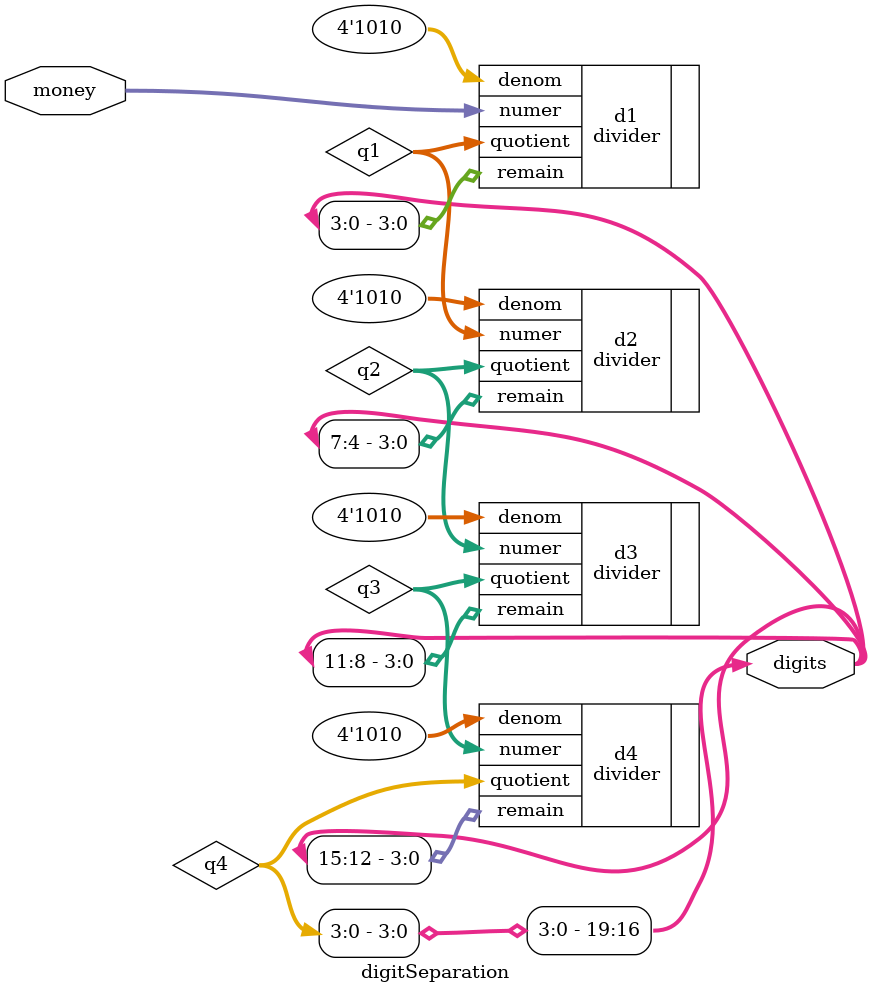
<source format=v>
module drawMoney(
	input clock,resetn,go,
	input[14:0] money_n,money_p,pot,bet_n,bet_p,
	output reg ld_xy,ld_pos,ld_colour,
	output reg draw_pixel,done,
	output reg[8:0] dx,dy,
	output[8:0] x,y,
	output[8:0] colour
	);
	
	// Size of each digit
	localparam 	X_DIGIT	= 4'd6,
					Y_DIGIT 	= 4'd9;
	
	// Current item states
	localparam	N_MONEY	= 3'd0,
					P_MONEY	= 3'd1,
					POT		= 3'd2,
					N_BET		= 3'd3,
					P_BET		= 3'd4;
	
	// Keeps track of states
	reg[3:0] current_state,next_state;
	
	// Internal controls
	reg reset_item,reset_digit,reset_dx,reset_dy;
	reg inc_item,inc_digit,inc_dx,inc_dy;
	
	// Assigning state variables
	localparam	S_LOAD			= 4'd0,
					S_SET_UP			= 4'd1,
					S_DRAW_0			= 4'd2,
					S_DRAW_1 		= 4'd3,
					S_DRAW_2 		= 4'd4,
					S_DRAW_3 		= 4'd5,
					S_DRAW_4 		= 4'd6,
					S_NEXT_DIGIT	= 4'd7,
					S_NEXT_ITEM		= 4'd8,
					S_DRAW_DONE		= 4'd9;
	
	// Counter register for dx,dy, and current digit and item
	reg[2:0] current_item,current_digit;
	always @(posedge clock)
	begin
		if(!resetn) // Active low reset
		begin
			current_item <= N_MONEY;
			current_digit <= 3'd0;
			dx <= 9'd0;
			dy <= 9'd0;
		end
		else 
		begin
			// Current item counter
			if(reset_item) // Reset current item
				current_item <= N_MONEY;
			else if(inc_item) // Next item
				current_item <= (current_item==P_BET) ? (N_MONEY):(current_item+1);
		
			// Current digit counter
			if(reset_digit) // Reset current digit
				current_digit <= 3'd0;
			else if(inc_digit) // Next digit
				current_digit <= (current_digit==4) ? (3'd0):(current_digit+1);
			
			// dx counter
			if(reset_dx)
				dx <= 9'b0;
			else if(inc_dx)
				dx <= (dx==X_DIGIT-1) ? (9'b0):(dx+1);
			
			// dy counter
			if(reset_dy)
				dy <= 9'b0;
			else if(inc_dy)
				dy <= (dy==Y_DIGIT-1) ? (9'b0):(dy+1);
		end
	end
	
	// Separating money into individual digits
	wire[19:0] digit_mn,digit_mp,digit_pot,digit_bn,digit_bp;
	
	digitSeparation dS1(.money(money_n),.digits(digit_mn));
	digitSeparation dS2(.money(money_p),.digits(digit_mp));
	digitSeparation dS3(.money(pot),.digits(digit_pot));
	digitSeparation dS4(.money(bet_n),.digits(digit_bn));
	digitSeparation dS5(.money(bet_p),.digits(digit_bp));
	
	// Instantiating module for determining x,y and colour output
	drawMoneyData dMD(
		.clock(clock),
		.digit_mn(digit_mn),.digit_mp(digit_mp),.digit_pot(digit_pot),
		.digit_bn(digit_bn),.digit_bp(digit_bp),
		.current_item(current_item),.current_digit(current_digit),
		.dx(dx),.dy(dy),.x(x),.y(y),.colour(colour)
	);
	
	// State table
	always @(*)
	begin
		case(current_state)
			S_LOAD: // Loop until signal goes for drawing to start
				next_state = go ? S_SET_UP:S_LOAD;
			S_SET_UP: // Set x,y, reset dy
				next_state = S_DRAW_0;
			S_DRAW_0: // Reset dx
				next_state = S_DRAW_1;
			S_DRAW_1: // Set pixel fill position
				next_state = S_DRAW_2;
			S_DRAW_2: // Fill pixel
				next_state = S_DRAW_3;
			S_DRAW_3: // Increment dx
				next_state = (dx==X_DIGIT-1) ? S_DRAW_4:S_DRAW_1;
			S_DRAW_4: // Increment dy
				next_state = (dy==Y_DIGIT-1) ? S_NEXT_DIGIT:S_DRAW_0;
			S_NEXT_DIGIT: // Increment digit
				next_state = (current_digit==4) ? S_NEXT_ITEM:S_SET_UP;
			S_NEXT_ITEM: // Increment item, reset digit
				next_state = (current_item==P_BET) ? S_DRAW_DONE:S_SET_UP;
			S_DRAW_DONE: // Signal money drawing is done
				next_state = S_LOAD;
			default: next_state = S_LOAD;
		endcase
	end
	
	// Changing control signals
	always @(*)
	begin
		// Internal controls
		reset_item = 0; reset_digit = 0; reset_dx = 0; reset_dy = 0;
		inc_item = 0; inc_digit = 0; inc_dx = 0; inc_dy = 0;
		
		// External controls
		ld_xy = 0; ld_pos = 0; ld_colour = 0;
		draw_pixel = 0; done = 0;
	
		case(current_state)
			S_LOAD: // Loop until signal goes for drawing to start
			begin
				reset_item = 1;
				reset_digit = 1;
			end
			S_SET_UP: // Set x,y, reset dy
			begin
				ld_xy = 1;
				reset_dy = 1;
			end
			S_DRAW_0: // Reset dx
			begin
				reset_dx = 1;
			end
			S_DRAW_1: // Set pixel fill position
			begin
				ld_pos = 1;
				ld_colour = 1;
			end
			S_DRAW_2: // Fill pixel
			begin
				draw_pixel = 1;
			end
			S_DRAW_3: // Increment dx
			begin
				inc_dx = 1;
			end
			S_DRAW_4: // Increment dy
			begin
				inc_dy = 1;
			end
			S_NEXT_DIGIT: // Increment digit
			begin
				inc_digit = 1;
			end
			S_NEXT_ITEM: // Increment item, reset digit
			begin
				inc_item = 1;
				reset_digit = 1;
			end
			S_DRAW_DONE: // Signal money drawing is done
			begin
				done = 1;
			end
		endcase
	end
	
	// Register for current state
	always @(posedge clock)
	begin
		if(!resetn) // Reset to value input, active low
			current_state <= S_LOAD;
		else // Load next state
			current_state <= next_state;
	end
endmodule

// Sets the x and y values depending on which number/digit is being drawn
module drawMoneyData(
	input clock,
	input[19:0] digit_mn,digit_mp,digit_pot,digit_bn,digit_bp, // All of the money values
	input[2:0] current_item,current_digit, // 0-4, 0 being LSD
	input[8:0] dx,dy,
	output reg[8:0] x,y,
	output[8:0] colour
	);

	// Current item states
	localparam	N_MONEY	= 3'd0,
					P_MONEY	= 3'd1,
					POT		= 3'd2,
					N_BET		= 3'd3,
					P_BET		= 4'd4;
	
	// Size of each digit
	localparam 	X_DIGIT	= 4'd6,
					Y_DIGIT 	= 4'd9;

	// Determining xy and calue of digit that is supposed to be drawn
	reg[3:0] current_value;
	
	always @(*)
	begin
		case(current_item)
			N_MONEY:
			begin
				x = 92 - current_digit*X_DIGIT;
				y = 36;
				current_value = digit_mn[current_digit*4+:4];
			end
			P_MONEY:
			begin
				x = 294 - current_digit*X_DIGIT;
				y = 176;
				current_value = digit_mp[current_digit*4+:4];
			end
			POT:
			begin
				x = 92 - current_digit*X_DIGIT;
				y = 151;
				current_value = digit_pot[current_digit*4+:4];
			end
			N_BET:
			begin
				x = 92 - current_digit*X_DIGIT;
				y = 164;
				current_value = digit_bn[current_digit*4+:4];
			end
			P_BET:
			begin
				x = 92 - current_digit*X_DIGIT;
				y = 177;
				current_value = digit_bp[current_digit*4+:4];
			end
			default:
			begin
				x = 9'd0;
				y = 9'd0;
				current_value = 4'd0;
			end
		endcase
	end
	
	// ROM module with the numbers
	wire[9:0] address;
	assign address = 60*(dy) + current_value*X_DIGIT + dx;
	
	numbers num(
		.clock(clock),
		.address(address),
		.q(colour)
	);
endmodule

// 4 dividers to separate the money value into 5 digits
module digitSeparation(
	input[14:0] money,
	output[19:0] digits
	);
	
	wire[14:0] q1,q2,q3,q4;
	
	divider d1( // Get 1s digit
		.numer(money),.denom(4'd10),
		.quotient(q1),.remain(digits[3:0])
	);
	divider d2( // Get 10s digit
		.numer(q1),.denom(4'd10),
		.quotient(q2),.remain(digits[7:4])
	);
	divider d3( // Get 100s digit
		.numer(q2),.denom(4'd10),
		.quotient(q3),.remain(digits[11:8])
	);
	divider d4( // Get 1000s digit
		.numer(q3),.denom(4'd10),
		.quotient(q4),.remain(digits[15:12])
	);
	assign digits[19:16] = q4[3:0]; // Get 10000s digit
endmodule

</source>
